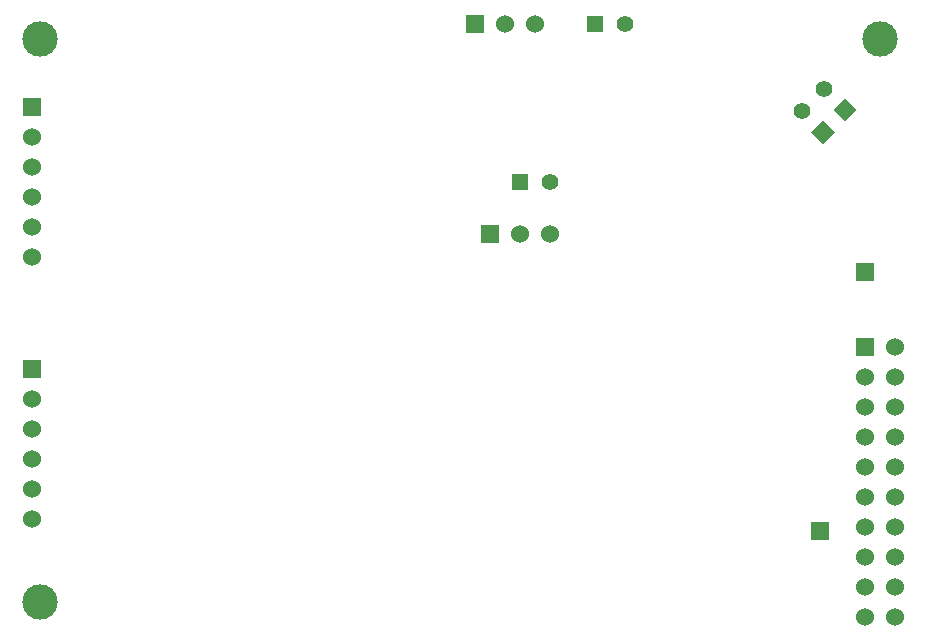
<source format=gbs>
G04 (created by PCBNEW (2013-07-07 BZR 4022)-stable) date 01/12/2013 21:57:09*
%MOIN*%
G04 Gerber Fmt 3.4, Leading zero omitted, Abs format*
%FSLAX34Y34*%
G01*
G70*
G90*
G04 APERTURE LIST*
%ADD10C,0.00590551*%
%ADD11C,0.11811*%
%ADD12R,0.06X0.06*%
%ADD13C,0.06*%
%ADD14R,0.055X0.055*%
%ADD15C,0.055*%
G04 APERTURE END LIST*
G54D10*
G54D11*
X36500Y-66750D03*
X64500Y-48000D03*
X36500Y-48000D03*
G54D12*
X64000Y-58250D03*
G54D13*
X65000Y-58250D03*
X64000Y-59250D03*
X65000Y-59250D03*
X64000Y-60250D03*
X65000Y-60250D03*
X64000Y-61250D03*
X65000Y-61250D03*
X64000Y-62250D03*
X65000Y-62250D03*
X64000Y-63250D03*
X65000Y-63250D03*
X64000Y-64250D03*
X65000Y-64250D03*
X64000Y-65250D03*
X65000Y-65250D03*
X64000Y-66250D03*
X65000Y-66250D03*
X64000Y-67250D03*
X65000Y-67250D03*
G54D12*
X51500Y-54500D03*
G54D13*
X52500Y-54500D03*
X53500Y-54500D03*
G54D12*
X36250Y-50250D03*
G54D13*
X36250Y-51250D03*
X36250Y-52250D03*
X36250Y-53250D03*
X36250Y-54250D03*
X36250Y-55250D03*
G54D12*
X62500Y-64400D03*
X64000Y-55750D03*
X36250Y-59000D03*
G54D13*
X36250Y-60000D03*
X36250Y-61000D03*
X36250Y-62000D03*
X36250Y-63000D03*
X36250Y-64000D03*
G54D14*
X52500Y-52750D03*
G54D15*
X53500Y-52750D03*
G54D14*
X55000Y-47500D03*
G54D15*
X56000Y-47500D03*
G54D12*
X51000Y-47500D03*
G54D13*
X52000Y-47500D03*
X53000Y-47500D03*
G54D10*
G36*
X63742Y-50353D02*
X63353Y-50742D01*
X62964Y-50353D01*
X63353Y-49964D01*
X63742Y-50353D01*
X63742Y-50353D01*
G37*
G54D15*
X62646Y-49646D03*
G54D10*
G36*
X62992Y-51103D02*
X62603Y-51492D01*
X62214Y-51103D01*
X62603Y-50714D01*
X62992Y-51103D01*
X62992Y-51103D01*
G37*
G54D15*
X61896Y-50396D03*
M02*

</source>
